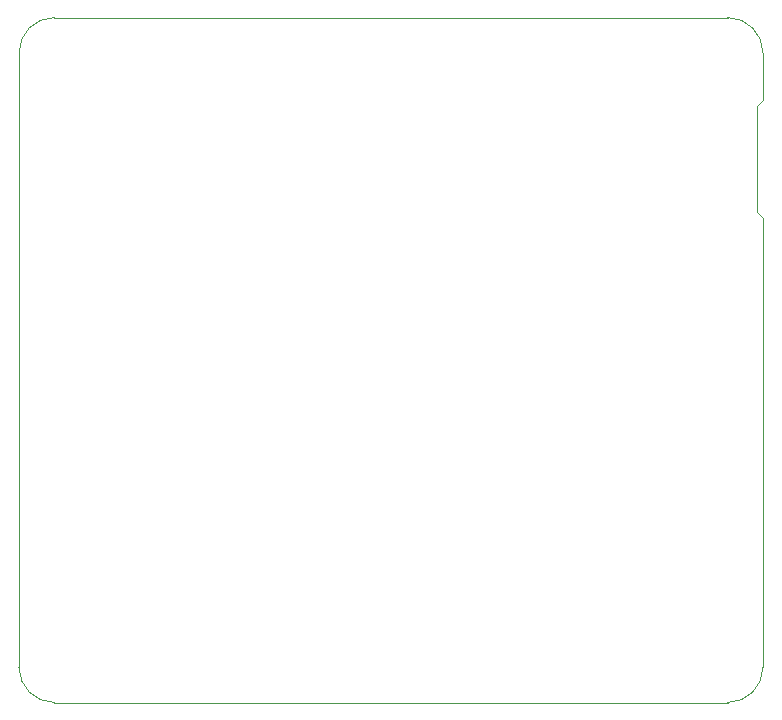
<source format=gbr>
G04 #@! TF.GenerationSoftware,KiCad,Pcbnew,5.1.2-f72e74a~84~ubuntu18.04.1*
G04 #@! TF.CreationDate,2019-07-03T17:04:03+08:00*
G04 #@! TF.ProjectId,cowin-tryout,636f7769-6e2d-4747-9279-6f75742e6b69,rev?*
G04 #@! TF.SameCoordinates,Original*
G04 #@! TF.FileFunction,Profile,NP*
%FSLAX46Y46*%
G04 Gerber Fmt 4.6, Leading zero omitted, Abs format (unit mm)*
G04 Created by KiCad (PCBNEW 5.1.2-f72e74a~84~ubuntu18.04.1) date 2019-07-03 17:04:03*
%MOMM*%
%LPD*%
G04 APERTURE LIST*
%ADD10C,0.050000*%
G04 APERTURE END LIST*
D10*
X118000000Y-70000000D02*
X118000000Y-108000000D01*
X118000000Y-60000000D02*
X118000000Y-56000000D01*
X117500000Y-69500000D02*
X118000000Y-70000000D01*
X117500000Y-60500000D02*
X117500000Y-69500000D01*
X117500000Y-60500000D02*
X118000000Y-60000000D01*
X118000000Y-108000000D02*
G75*
G02X115000000Y-111000000I-3000000J0D01*
G01*
X58000000Y-111000000D02*
G75*
G02X55000000Y-108000000I0J3000000D01*
G01*
X55000000Y-56000000D02*
G75*
G02X58000000Y-53000000I3000000J0D01*
G01*
X115000000Y-53000000D02*
G75*
G02X118000000Y-56000000I0J-3000000D01*
G01*
X115000000Y-53000000D02*
X58000000Y-53000000D01*
X58000000Y-111000000D02*
X115000000Y-111000000D01*
X55000000Y-56000000D02*
X55000000Y-108000000D01*
M02*

</source>
